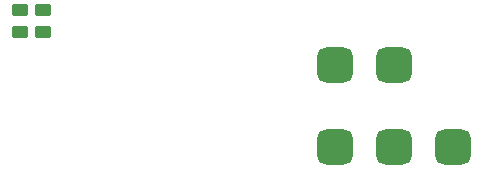
<source format=gtp>
%TF.GenerationSoftware,KiCad,Pcbnew,(6.0.1)*%
%TF.CreationDate,2022-03-08T01:07:32-07:00*%
%TF.ProjectId,MShaw_PICO_4gbNandExtensionQSB_V2.5,4d536861-775f-4504-9943-4f5f3467624e,rev?*%
%TF.SameCoordinates,Original*%
%TF.FileFunction,Paste,Top*%
%TF.FilePolarity,Positive*%
%FSLAX46Y46*%
G04 Gerber Fmt 4.6, Leading zero omitted, Abs format (unit mm)*
G04 Created by KiCad (PCBNEW (6.0.1)) date 2022-03-08 01:07:32*
%MOMM*%
%LPD*%
G01*
G04 APERTURE LIST*
G04 Aperture macros list*
%AMRoundRect*
0 Rectangle with rounded corners*
0 $1 Rounding radius*
0 $2 $3 $4 $5 $6 $7 $8 $9 X,Y pos of 4 corners*
0 Add a 4 corners polygon primitive as box body*
4,1,4,$2,$3,$4,$5,$6,$7,$8,$9,$2,$3,0*
0 Add four circle primitives for the rounded corners*
1,1,$1+$1,$2,$3*
1,1,$1+$1,$4,$5*
1,1,$1+$1,$6,$7*
1,1,$1+$1,$8,$9*
0 Add four rect primitives between the rounded corners*
20,1,$1+$1,$2,$3,$4,$5,0*
20,1,$1+$1,$4,$5,$6,$7,0*
20,1,$1+$1,$6,$7,$8,$9,0*
20,1,$1+$1,$8,$9,$2,$3,0*%
G04 Aperture macros list end*
%ADD10RoundRect,0.250000X0.450000X-0.262500X0.450000X0.262500X-0.450000X0.262500X-0.450000X-0.262500X0*%
%ADD11RoundRect,0.750000X0.750000X-0.750000X0.750000X0.750000X-0.750000X0.750000X-0.750000X-0.750000X0*%
G04 APERTURE END LIST*
D10*
%TO.C,R1*%
X128260000Y-98212500D03*
X128260000Y-96387500D03*
%TD*%
D11*
%TO.C,J4*%
X152910000Y-108000000D03*
X152910000Y-101000000D03*
X157910000Y-108000000D03*
X157910000Y-101000000D03*
X162910000Y-108000000D03*
%TD*%
D10*
%TO.C,D1*%
X126260000Y-98212500D03*
X126260000Y-96387500D03*
%TD*%
M02*

</source>
